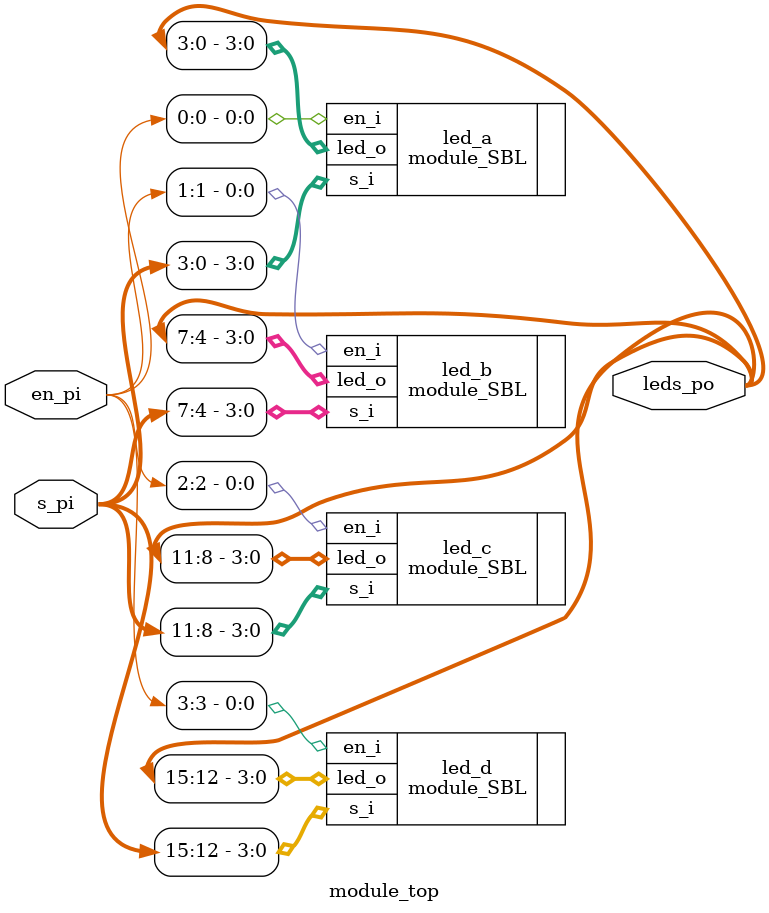
<source format=sv>
`timescale 1ns / 1ps


module module_top(
    input  logic [15:0] s_pi,
    input  logic [3:0]  en_pi,
    output logic [15:0] leds_po
    );
    
    module_SBL led_a 
    (
        .s_i( s_pi[3:0] ), 
        .en_i( en_pi[0] ), 
        .led_o( leds_po[3:0] )
    );
   
    module_SBL led_b 
    (
        .s_i( s_pi[7:4] ), 
        .en_i( en_pi[1] ), 
        .led_o( leds_po[7:4] )
    );
    
    module_SBL led_c 
    (
        .s_i( s_pi[11:8] ), 
        .en_i( en_pi[2] ), 
        .led_o( leds_po[11:8] )
    );
    
    module_SBL led_d 
    (
        .s_i( s_pi[15:12] ), 
        .en_i( en_pi[3] ), 
        .led_o( leds_po[15:12] )
    );
    
endmodule

</source>
